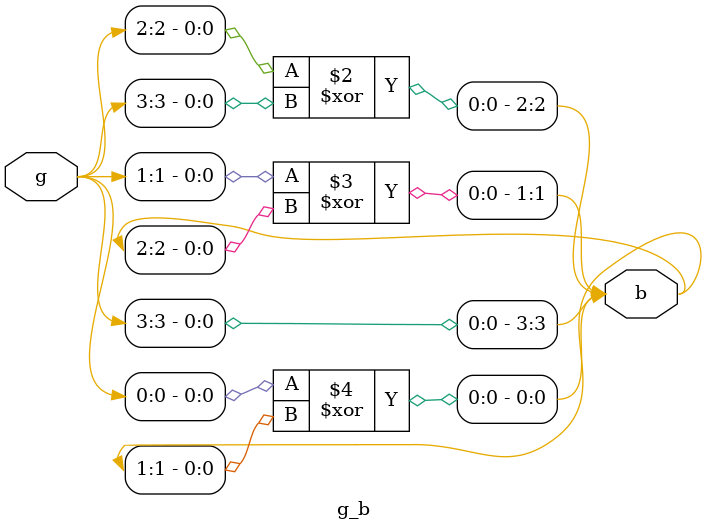
<source format=v>

module async_fifo#(parameter DATA_WIDTH = 8,
                             FIFO_DEPTH = 16,
                             ADDR_WIDTH = $clog2(FIFO_DEPTH))(
   input wire clk_w,clk_r, rst,wr_en,rd_en,
   input wire [DATA_WIDTH-1:0]data_in,
   output reg [DATA_WIDTH-1:0]data_out,
   output wire empty,full
);

localparam FIFO_WRAP = FIFO_DEPTH - 1;
//////fifo_memory//////////
reg [DATA_WIDTH-1:0]mem[FIFO_DEPTH-1:0];
///////read write pointers/////////////
reg [ADDR_WIDTH-1:0]rd_ptr,wr_ptr;
//////////grey encoded read and write pointer////////////////
wire [ADDR_WIDTH-1:0]g_rd_ptr,g_wr_ptr;
/////////read sync with clk_w and write sync with clk_r/////////////////
wire [ADDR_WIDTH-1:0]g_rd_ptr_sync,g_wr_ptr_sync;
//////binary pointer converted from grey and sync with clk_w/////////////////
wire [ADDR_WIDTH-1:0]g_b_rd_ptr_sync;
integer i;

////////writing circuit//////////////////
always@(posedge clk_w,posedge rst) begin
   if(rst) begin
     wr_ptr <= {ADDR_WIDTH{1'b0}};
      for(i = 0; i<FIFO_DEPTH;i++) begin
         mem[i] <= {DATA_WIDTH{1'b0}};
      end
   end else begin
   if(wr_en && !full) begin
      mem[wr_ptr] <= data_in;
      wr_ptr <= wr_ptr + 1'b1;
   end else begin
      wr_ptr <= wr_ptr;
   end
   end
end 

///////reading circuit////////////////////
always@(posedge clk_r,posedge rst) begin
  if(rst) begin
    rd_ptr <= {ADDR_WIDTH{1'b0}};
    data_out <= {DATA_WIDTH{1'b0}};
  end else begin
    if(rd_en && !empty) begin
       data_out <= mem[rd_ptr];
       rd_ptr <= rd_ptr + 1'b1;
    end else begin
       rd_ptr <= rd_ptr;
    end
  end
end

//////////converting binary to grey//////////////////
assign g_wr_ptr = ((wr_ptr>>1)^wr_ptr);
assign g_rd_ptr = ((rd_ptr>>1)^rd_ptr);


///////////2 flop synchronizers to synchronise g_wr_ptr with clk_r and  g_rd_ptr with clk_w////////////////////
f_sync f0(.d(g_rd_ptr), .c(clk_w), .r(rst), .o(g_rd_ptr_sync));
f_sync f1(.d(g_wr_ptr), .c(clk_r), .r(rst), .o(g_wr_ptr_sync));
g_b f3(.g(g_rd_ptr_sync), .b(g_b_rd_ptr_sync));

//////////checking full condtion with wrap around condition///////////
assign full = (wr_ptr == FIFO_WRAP) ? (g_b_rd_ptr_sync == 0): (wr_ptr + 1'b1 == g_b_rd_ptr_sync);
assign empty = (g_rd_ptr == g_wr_ptr_sync);

endmodule 


//////2 flop synchronizer module///////////////
module f_sync#(parameter ADDR_WIDTH = 4)(
  input wire c,r,
  input wire [ADDR_WIDTH-1:0]d,
  output reg [ADDR_WIDTH-1:0]o
);
  (* ASYNC_REG = "TRUE" *)reg [ADDR_WIDTH-1:0]a;
  reg [ADDR_WIDTH-1:0]b;


  always@(posedge c, posedge r) begin
    if(r) begin
      o <= {ADDR_WIDTH{1'b0}};
      a <= {ADDR_WIDTH{1'b0}};
      b <= {ADDR_WIDTH{1'b0}};
    end else begin
      a <= d;
      b <= a;
      o <= b;
    end
  end
endmodule 


/////grey to binary converting module/////////////////
module g_b#(parameter ADDR_WIDTH = 4)(
  input wire [ADDR_WIDTH-1:0]g,
  output wire [ADDR_WIDTH-1:0]b
);
  assign b[ADDR_WIDTH-1] = g[ADDR_WIDTH-1];

generate 
  genvar i;
    for(i = ADDR_WIDTH-2; i>=0;i = i-1) begin
      assign b[i] = g[i] ^ b[i+1];
    end
  endgenerate

endmodule 

</source>
